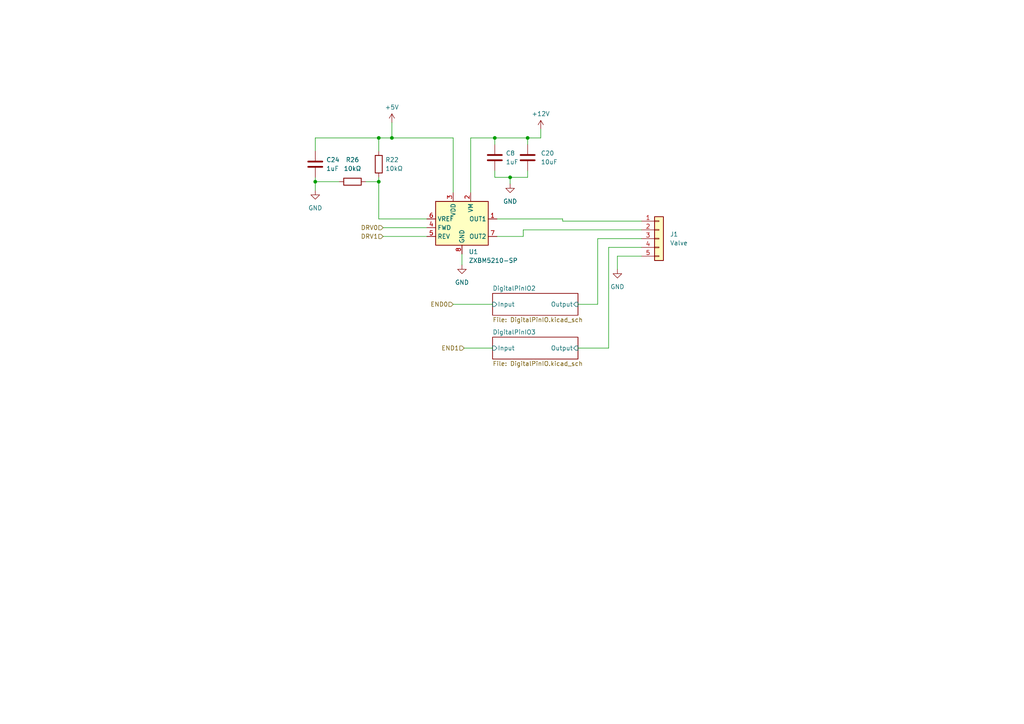
<source format=kicad_sch>
(kicad_sch (version 20230121) (generator eeschema)
  (paper "A4")
  (lib_symbols
    (symbol "Connector_Generic:Conn_01x05" (pin_names (offset 1.016) hide)
      (property "Reference" "J" (at 0 7.62 0))
      (property "Value" "Conn_01x05" (at 0 -7.62 0))
      (symbol "Conn_01x05_1_1"
        (rectangle (start -1.27 -4.953) (end 0 -5.207) (stroke (width 0.1524)))
        (rectangle (start -1.27 -2.413) (end 0 -2.667) (stroke (width 0.1524)))
        (rectangle (start -1.27 0.127) (end 0 -0.127) (stroke (width 0.1524)))
        (rectangle (start -1.27 2.667) (end 0 2.413) (stroke (width 0.1524)))
        (rectangle (start -1.27 5.207) (end 0 4.953) (stroke (width 0.1524)))
        (rectangle (start -1.27 6.35) (end 1.27 -6.35) (stroke (width 0.254)) (fill (type background)))
        (pin passive line (at -5.08 5.08 0) (length 3.81) (name "Pin_1") (number "1"))
        (pin passive line (at -5.08 2.54 0) (length 3.81) (name "Pin_2") (number "2"))
        (pin passive line (at -5.08 0 0) (length 3.81) (name "Pin_3") (number "3"))
        (pin passive line (at -5.08 -2.54 0) (length 3.81) (name "Pin_4") (number "4"))
        (pin passive line (at -5.08 -5.08 0) (length 3.81) (name "Pin_5") (number "5"))
      )
    )
    (symbol "Device:C" (pin_numbers hide) (pin_names (offset 0.254))
      (property "Reference" "C" (at 0.635 2.54 0))
      (property "Value" "C" (at 0.635 -2.54 0))
      (symbol "C_0_1"
        (polyline (pts (xy -2.032 -0.762) (xy 2.032 -0.762)) (stroke (width 0.508)))
        (polyline (pts (xy -2.032 0.762) (xy 2.032 0.762)) (stroke (width 0.508)))
      )
      (symbol "C_1_1"
        (pin passive line (at 0 3.81 270) (length 2.794) (name "~") (number "1"))
        (pin passive line (at 0 -3.81 90) (length 2.794) (name "~") (number "2"))
      )
    )
    (symbol "Device:R" (pin_numbers hide) (pin_names (offset 0))
      (property "Reference" "R" (at 2.032 0 90))
      (property "Value" "R" (at 0 0 90))
      (symbol "R_0_1"
        (rectangle (start -1.016 -2.54) (end 1.016 2.54) (stroke (width 0.254)))
      )
      (symbol "R_1_1"
        (pin passive line (at 0 3.81 270) (length 1.27) (name "~") (number "1"))
        (pin passive line (at 0 -3.81 90) (length 1.27) (name "~") (number "2"))
      )
    )
    (symbol "Driver_Motor:ZXBM5210-SP"
      (property "Reference" "U" (at -7.62 8.89 0))
      (property "Value" "ZXBM5210-SP" (at 10.16 8.89 0))
      (symbol "ZXBM5210-SP_0_0"
        (pin output line (at 10.16 2.54 180) (length 2.54) (name "OUT1") (number "1"))
        (pin power_in line (at 2.54 10.16 270) (length 2.54) (name "VM") (number "2"))
        (pin power_in line (at -2.54 10.16 270) (length 2.54) (name "VDD") (number "3"))
        (pin input line (at -10.16 0 0) (length 2.54) (name "FWD") (number "4"))
        (pin input line (at -10.16 -2.54 0) (length 2.54) (name "REV") (number "5"))
        (pin input line (at -10.16 2.54 0) (length 2.54) (name "VREF") (number "6"))
        (pin output line (at 10.16 -2.54 180) (length 2.54) (name "OUT2") (number "7"))
        (pin power_in line (at 0 -7.62 90) (length 2.54) (name "GND") (number "8"))
        (pin passive line (at 0 -7.62 90) (length 2.54) hide (name "GND") (number "9"))
      )
      (symbol "ZXBM5210-SP_0_1"
        (rectangle (start -7.62 7.62) (end 7.62 -5.08) (stroke (width 0.254)) (fill (type background)))
      )
    )
    (symbol "power:+12V" (power) (pin_names (offset 0))
      (property "Value" "+12V" (at 0 3.556 0))
      (symbol "+12V_0_1"
        (polyline (pts (xy -0.762 1.27) (xy 0 2.54)))
        (polyline (pts (xy 0 0) (xy 0 2.54)))
        (polyline (pts (xy 0 2.54) (xy 0.762 1.27)))
      )
      (symbol "+12V_1_1"
        (pin power_in line (at 0 0 90) (length 0) hide (name "+12V") (number "1"))
      )
    )
    (symbol "power:+5V" (power) (pin_names (offset 0))
      (property "Value" "+5V" (at 0 3.556 0))
      (symbol "+5V_0_1"
        (polyline (pts (xy -0.762 1.27) (xy 0 2.54)))
        (polyline (pts (xy 0 0) (xy 0 2.54)))
        (polyline (pts (xy 0 2.54) (xy 0.762 1.27)))
      )
      (symbol "+5V_1_1"
        (pin power_in line (at 0 0 90) (length 0) hide (name "+5V") (number "1"))
      )
    )
    (symbol "power:GND" (power) (pin_names (offset 0))
      (property "Value" "GND" (at 0 -3.81 0))
      (symbol "GND_0_1"
        (polyline (pts (xy 0 0) (xy 0 -1.27) (xy 1.27 -1.27) (xy 0 -2.54) (xy -1.27 -1.27) (xy 0 -1.27)))
      )
      (symbol "GND_1_1"
        (pin power_in line (at 0 0 270) (length 0) hide (name "GND") (number "1"))
      )
    )
  )
  (junction (at 113.665 40.005))
  (junction (at 109.855 52.705))
  (junction (at 91.44 52.705))
  (junction (at 147.955 51.435))
  (junction (at 109.855 40.005))
  (junction (at 143.51 40.005))
  (junction (at 153.035 40.005))
  (wire (pts (xy 153.035 40.005) (xy 143.51 40.005)))
  (wire (pts (xy 153.035 51.435) (xy 153.035 49.53)))
  (wire (pts (xy 143.51 40.005) (xy 136.525 40.005)))
  (wire (pts (xy 179.07 78.105) (xy 179.07 74.295)))
  (wire (pts (xy 109.855 52.705) (xy 109.855 63.5)))
  (wire (pts (xy 179.07 74.295) (xy 186.055 74.295)))
  (wire (pts (xy 91.44 51.435) (xy 91.44 52.705)))
  (wire (pts (xy 156.845 40.005) (xy 153.035 40.005)))
  (wire (pts (xy 173.355 88.265) (xy 173.355 69.215)))
  (wire (pts (xy 163.195 63.5) (xy 163.195 64.135)))
  (wire (pts (xy 147.955 51.435) (xy 153.035 51.435)))
  (wire (pts (xy 109.855 40.005) (xy 109.855 43.815)))
  (wire (pts (xy 176.53 71.755) (xy 186.055 71.755)))
  (wire (pts (xy 111.125 66.04) (xy 123.825 66.04)))
  (wire (pts (xy 176.53 100.965) (xy 176.53 71.755)))
  (wire (pts (xy 106.045 52.705) (xy 109.855 52.705)))
  (wire (pts (xy 167.64 88.265) (xy 173.355 88.265)))
  (wire (pts (xy 151.765 68.58) (xy 144.145 68.58)))
  (wire (pts (xy 113.665 40.005) (xy 131.445 40.005)))
  (wire (pts (xy 134.62 100.965) (xy 142.875 100.965)))
  (wire (pts (xy 173.355 69.215) (xy 186.055 69.215)))
  (wire (pts (xy 131.445 55.88) (xy 131.445 40.005)))
  (wire (pts (xy 143.51 51.435) (xy 147.955 51.435)))
  (wire (pts (xy 147.955 51.435) (xy 147.955 53.34)))
  (wire (pts (xy 133.985 73.66) (xy 133.985 76.835)))
  (wire (pts (xy 153.035 40.005) (xy 153.035 41.91)))
  (wire (pts (xy 143.51 49.53) (xy 143.51 51.435)))
  (wire (pts (xy 91.44 52.705) (xy 91.44 55.245)))
  (wire (pts (xy 131.445 88.265) (xy 142.875 88.265)))
  (wire (pts (xy 111.125 68.58) (xy 123.825 68.58)))
  (wire (pts (xy 151.765 66.675) (xy 151.765 68.58)))
  (wire (pts (xy 151.765 66.675) (xy 186.055 66.675)))
  (wire (pts (xy 136.525 40.005) (xy 136.525 55.88)))
  (wire (pts (xy 143.51 40.005) (xy 143.51 41.91)))
  (wire (pts (xy 109.855 51.435) (xy 109.855 52.705)))
  (wire (pts (xy 144.145 63.5) (xy 163.195 63.5)))
  (wire (pts (xy 109.855 63.5) (xy 123.825 63.5)))
  (wire (pts (xy 113.665 35.56) (xy 113.665 40.005)))
  (wire (pts (xy 91.44 40.005) (xy 109.855 40.005)))
  (wire (pts (xy 156.845 37.465) (xy 156.845 40.005)))
  (wire (pts (xy 163.195 64.135) (xy 186.055 64.135)))
  (wire (pts (xy 109.855 40.005) (xy 113.665 40.005)))
  (wire (pts (xy 167.64 100.965) (xy 176.53 100.965)))
  (wire (pts (xy 91.44 52.705) (xy 98.425 52.705)))
  (wire (pts (xy 91.44 43.815) (xy 91.44 40.005)))
  (hierarchical_label "END0" (shape input) (at 131.445 88.265 180))
  (hierarchical_label "DRV1" (shape input) (at 111.125 68.58 180))
  (hierarchical_label "DRV0" (shape input) (at 111.125 66.04 180))
  (hierarchical_label "END1" (shape input) (at 134.62 100.965 180))
  (symbol (lib_id "power:+12V") (at 156.845 37.465 0) (unit 1)
    (property "Reference" "#PWR01" (effects hide))
    (property "Value" "+12V" (at 156.845 33.02 0))
    (instances (project "ValveServoI2C" (path "" (reference "#PWR01") (unit 1)) (path "" (reference "#PWR02") (unit 1)) (path "" (reference "#PWR011") (unit 1)) (path "" (reference "#PWR012") (unit 1))))
  )
  (symbol (lib_id "Device:C") (at 91.44 47.625 0) (unit 1)
    (property "Reference" "C24" (at 94.615 46.355 0) (effects (justify left)))
    (property "Value" "1uF" (at 94.615 48.895 0) (effects (justify left)))
    (property "Footprint" "Capacitor_SMD:C_0805_2012Metric" (effects hide))
    (instances (project "ValveServoI2C" (path "" (reference "C24") (unit 1)) (path "" (reference "C25") (unit 1)) (path "" (reference "C26") (unit 1)) (path "" (reference "C27") (unit 1))))
  )
  (symbol (lib_id "power:GND") (at 91.44 55.245 0) (unit 1)
    (property "Reference" "#PWR034" (effects hide))
    (property "Value" "GND" (at 91.44 60.325 0))
    (instances (project "ValveServoI2C" (path "" (reference "#PWR034") (unit 1)) (path "" (reference "#PWR035") (unit 1)) (path "" (reference "#PWR036") (unit 1)) (path "" (reference "#PWR039") (unit 1))))
  )
  (symbol (lib_id "Driver_Motor:ZXBM5210-SP") (at 133.985 66.04 0) (unit 1)
    (property "Reference" "U1" (at 135.9409 73.025 0) (effects (justify left)))
    (property "Value" "ZXBM5210-SP" (at 135.9409 75.565 0) (effects (justify left)))
    (property "Footprint" "Package_SO:Diodes_SO-8EP" (effects hide))
    (property "Datasheet" "https://www.diodes.com/assets/Datasheets/ZXBM5210.pdf" (effects hide))
    (instances (project "ValveServoI2C" (path "" (reference "U1") (unit 1)) (path "" (reference "U1") (unit 1)) (path "" (reference "U3") (unit 1)) (path "" (reference "U4") (unit 1)) (path "" (reference "U5") (unit 1))))
  )
  (symbol (lib_id "power:GND") (at 179.07 78.105 0) (unit 1)
    (property "Reference" "#PWR017" (effects hide))
    (property "Value" "GND" (at 179.07 83.185 0))
    (instances (project "ValveServoI2C" (path "" (reference "#PWR017") (unit 1)) (path "" (reference "#PWR031") (unit 1)) (path "" (reference "#PWR045") (unit 1)) (path "" (reference "#PWR059") (unit 1))))
  )
  (symbol (lib_id "Connector_Generic:Conn_01x05") (at 191.135 69.215 0) (unit 1)
    (property "Reference" "J1" (at 194.31 67.945 0) (effects (justify left)))
    (property "Value" "Valve" (at 194.31 70.485 0) (effects (justify left)))
    (property "Footprint" "Connector_PinHeader_2.54mm:PinHeader_1x05_P2.54mm_Vertical" (effects hide))
    (instances (project "ValveServoI2C" (path "" (reference "J1") (unit 1)) (path "" (reference "J2") (unit 1)) (path "" (reference "J3") (unit 1)) (path "" (reference "J4") (unit 1))))
  )
  (symbol (lib_id "power:GND") (at 147.955 53.34 0) (unit 1)
    (property "Reference" "#PWR013" (effects hide))
    (property "Value" "GND" (at 147.955 58.42 0))
    (instances (project "ValveServoI2C" (path "" (reference "#PWR013") (unit 1)) (path "" (reference "#PWR019") (unit 1)) (path "" (reference "#PWR021") (unit 1)) (path "" (reference "#PWR023") (unit 1))))
  )
  (symbol (lib_id "Device:C") (at 153.035 45.72 0) (unit 1)
    (property "Reference" "C20" (at 156.845 44.45 0) (effects (justify left)))
    (property "Value" "10uF" (at 156.845 46.99 0) (effects (justify left)))
    (property "Footprint" "Capacitor_SMD:C_0805_2012Metric" (effects hide))
    (instances (project "ValveServoI2C" (path "" (reference "C20") (unit 1)) (path "" (reference "C21") (unit 1)) (path "" (reference "C22") (unit 1)) (path "" (reference "C23") (unit 1))))
  )
  (symbol (lib_id "power:+5V") (at 113.665 35.56 0) (mirror y) (unit 1)
    (property "Reference" "#PWR018" (effects hide))
    (property "Value" "+5V" (at 113.665 31.115 0))
    (instances (project "ValveServoI2C" (path "" (reference "#PWR018") (unit 1)) (path "" (reference "#PWR027") (unit 1)) (path "" (reference "#PWR029") (unit 1)) (path "" (reference "#PWR041") (unit 1)) (path "" (reference "#PWR037") (unit 1)) (path "" (reference "#PWR053") (unit 1)) (path "" (reference "#PWR057") (unit 1)) (path "" (reference "#PWR067") (unit 1)) (path "" (reference "#PWR071") (unit 1)) (path "" (reference "#PWR020") (unit 1)) (path "" (reference "#PWR022") (unit 1)) (path "" (reference "#PWR032") (unit 1))))
  )
  (symbol (lib_id "Device:C") (at 143.51 45.72 0) (unit 1)
    (property "Reference" "C8" (at 146.685 44.45 0) (effects (justify left)))
    (property "Value" "1uF" (at 146.685 46.99 0) (effects (justify left)))
    (property "Footprint" "Capacitor_SMD:C_0805_2012Metric" (effects hide))
    (instances (project "ValveServoI2C" (path "" (reference "C8") (unit 1)) (path "" (reference "C12") (unit 1)) (path "" (reference "C16") (unit 1)) (path "" (reference "C19") (unit 1))))
  )
  (symbol (lib_id "Device:R") (at 109.855 47.625 0) (unit 1)
    (property "Reference" "R22" (at 111.76 46.355 0) (effects (justify left)))
    (property "Value" "10kΩ" (at 111.76 48.895 0) (effects (justify left)))
    (property "Footprint" "Resistor_SMD:R_0805_2012Metric" (effects hide))
    (instances (project "ValveServoI2C" (path "" (reference "R22") (unit 1)) (path "" (reference "R4") (unit 1)) (path "" (reference "R5") (unit 1)) (path "" (reference "R11") (unit 1)) (path "" (reference "R9") (unit 1)) (path "" (reference "R12") (unit 1)) (path "" (reference "R14") (unit 1)) (path "" (reference "R16") (unit 1)) (path "" (reference "R18") (unit 1)) (path "" (reference "R23") (unit 1)) (path "" (reference "R24") (unit 1)) (path "" (reference "R25") (unit 1))))
  )
  (symbol (lib_id "power:GND") (at 133.985 76.835 0) (unit 1)
    (property "Reference" "#PWR024" (effects hide))
    (property "Value" "GND" (at 133.985 81.915 0))
    (instances (project "ValveServoI2C" (path "" (reference "#PWR024") (unit 1)) (path "" (reference "#PWR025") (unit 1)) (path "" (reference "#PWR026") (unit 1)) (path "" (reference "#PWR033") (unit 1))))
  )
  (symbol (lib_id "Device:R") (at 102.235 52.705 270) (unit 1)
    (property "Reference" "R26" (at 102.235 46.355 90))
    (property "Value" "10kΩ" (at 102.235 48.895 90))
    (property "Footprint" "Resistor_SMD:R_0805_2012Metric" (effects hide))
    (instances (project "ValveServoI2C" (path "" (reference "R26") (unit 1)) (path "" (reference "R4") (unit 1)) (path "" (reference "R5") (unit 1)) (path "" (reference "R11") (unit 1)) (path "" (reference "R9") (unit 1)) (path "" (reference "R12") (unit 1)) (path "" (reference "R14") (unit 1)) (path "" (reference "R16") (unit 1)) (path "" (reference "R18") (unit 1)) (path "" (reference "R27") (unit 1)) (path "" (reference "R28") (unit 1)) (path "" (reference "R29") (unit 1))))
  )
  (sheet (at 142.875 97.79) (size 24.765 6.35) (stroke (width 0.1524))
    (property "Sheetname" "DigitalPinIO3" (at 142.875 97.0784 0) (effects (justify left bottom)))
    (property "Sheetfile" "DigitalPinIO.kicad_sch" (at 142.875 104.7246 0) (effects (justify left top)))
    (pin "Input" input (at 142.875 100.965 180))
    (pin "Output" input (at 167.64 100.965 0))
  )
  (sheet (at 142.875 85.09) (size 24.765 6.35) (stroke (width 0.1524))
    (property "Sheetname" "DigitalPinIO2" (at 142.875 84.3784 0) (effects (justify left bottom)))
    (property "Sheetfile" "DigitalPinIO.kicad_sch" (at 142.875 92.0246 0) (effects (justify left top)))
    (pin "Input" input (at 142.875 88.265 180))
    (pin "Output" input (at 167.64 88.265 0))
  )
)
</source>
